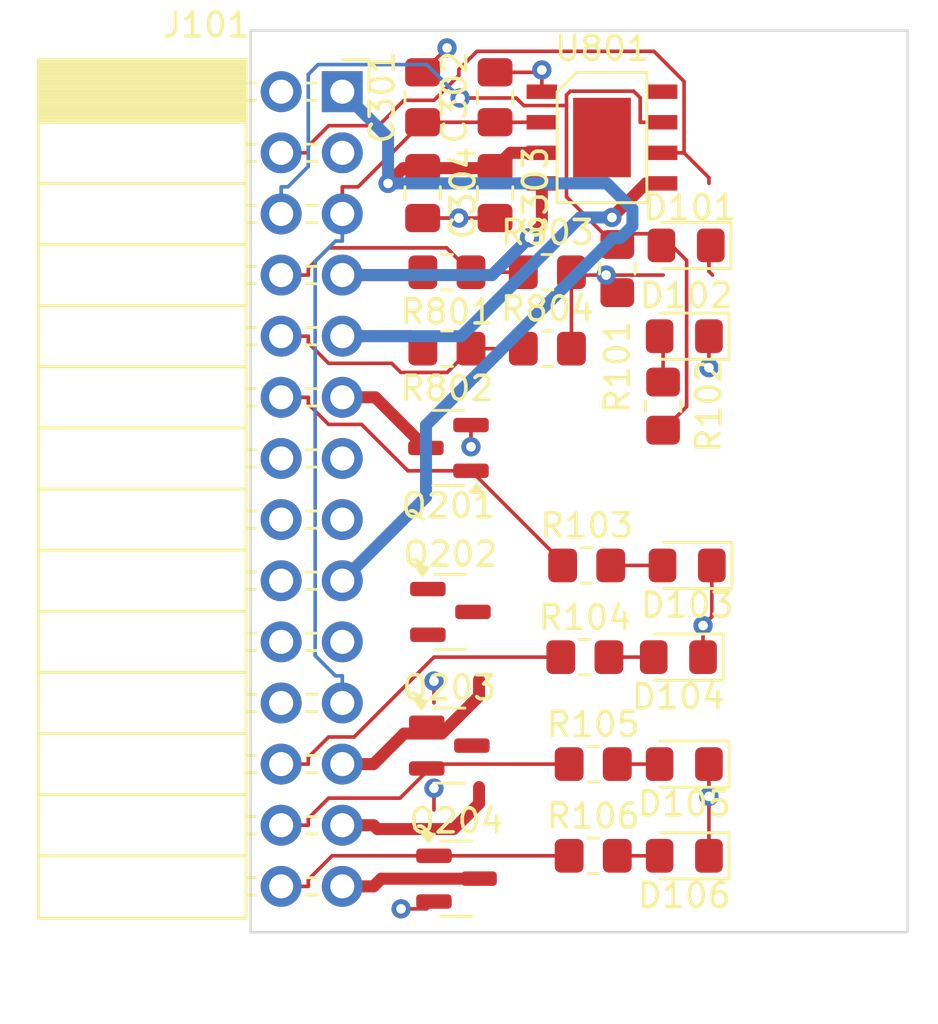
<source format=kicad_pcb>
(kicad_pcb (version 20240108) (generator "pcbnew") (generator_version "8.0")
  (layers (0 "F.Cu" mixed) (31 "B.Cu" mixed) (34 "B.Paste" user) (35 "F.Paste" user) (36 "B.SilkS" user "B.Silkscreen") (37 "F.SilkS" user "F.Silkscreen") (38 "B.Mask" user) (39 "F.Mask" user) (44 "Edge.Cuts" user))
  (net 0 "")
  (net 1 "/MOTOR0")
  (net 2 "/MOTOR1")
  (net 3 "GND")
  (net 4 "+U")
  (net 5 "+3V3")
  (net 6 "/AMP_MOTOR1")
  (net 7 "/AMP_MOTOR0")
  (net 9 "/FUNC3")
  (net 10 "/BACK_EMF1")
  (net 11 "/BACK_EMF0")
  (net 12 "/AMP_FUNC1")
  (net 14 "/FUNC0")
  (net 15 "/FUNC2")
  (net 16 "/FUNC1")
  (net 17 "/AMP_FUNC2")
  (net 18 "/AMP_FUNC3")
  (net 19 "/AMP_FUNC0")
  (net 27 "Net-(D101-A)")
  (net 28 "Net-(D102-A)")
  (net 29 "Net-(D103-A)")
  (net 30 "Net-(D104-A)")
  (net 31 "Net-(D105-A)")
  (net 32 "Net-(D106-A)")
  (footprint "Capacitor_SMD:C_0805_2012Metric_Pad1.18x1.45mm_HandSolder" (layer "F.Cu") (at 122.555 77.8725 -90)
    (property "Reference" "C303" (at 0 -1.68 90) (layer "F.SilkS"))
    (property "Value" "10uF")
    (fp_line (start -0.261252 0.735) (end 0.261252 0.735) (stroke (width 0.12)) (layer "F.SilkS"))
    (fp_line (start -0.261252 -0.735) (end 0.261252 -0.735) (stroke (width 0.12)) (layer "F.SilkS"))
    (pad "1" smd roundrect (at -1.0375 0 270) (size 1.175 1.45) (layers "F.Cu" "F.Paste" "F.Mask") (roundrect_rratio 0.212766) (net 4 "+U"))
    (pad "2" smd roundrect (at 1.0375 0 270) (size 1.175 1.45) (layers "F.Cu" "F.Paste" "F.Mask") (roundrect_rratio 0.212766) (net 3 "GND"))
  )
  (footprint "Resistor_SMD:R_0805_2012Metric_Pad1.20x1.40mm_HandSolder" (layer "F.Cu") (at 120.555 84.3374 180)
    (property "Reference" "R802" (at 0 -1.65 180) (layer "F.SilkS"))
    (property "Value" "6k8")
    (fp_line (start -0.227064 0.735) (end 0.227064 0.735) (stroke (width 0.12)) (layer "F.SilkS"))
    (fp_line (start -0.227064 -0.735) (end 0.227064 -0.735) (stroke (width 0.12)) (layer "F.SilkS"))
    (pad "1" smd roundrect (at -1 0 180) (size 1.2 1.4) (layers "F.Cu" "F.Paste" "F.Mask") (roundrect_rratio 0.208333) (net 10 "/BACK_EMF1"))
    (pad "2" smd roundrect (at 1 0 180) (size 1.2 1.4) (layers "F.Cu" "F.Paste" "F.Mask") (roundrect_rratio 0.208333) (net 6 "/AMP_MOTOR1"))
  )
  (footprint "Package_TO_SOT_SMD:SOT-23" (layer "F.Cu") (at 120.6175 88.4624 180)
    (property "Reference" "Q201" (at 0 -2.4 180) (layer "F.SilkS"))
    (property "Value" "2N7002")
    (fp_line (start 0 1.56) (end 0.65 1.56) (stroke (width 0.12)) (layer "F.SilkS"))
    (fp_line (start 0 1.56) (end -0.65 1.56) (stroke (width 0.12)) (layer "F.SilkS"))
    (fp_line (start 0 -1.56) (end 0.65 -1.56) (stroke (width 0.12)) (layer "F.SilkS"))
    (fp_line (start 0 -1.56) (end -0.65 -1.56) (stroke (width 0.12)) (layer "F.SilkS"))
    (fp_poly (pts (xy -1.1625 -1.51) (xy -1.4025 -1.846) (xy -0.9225 -1.846) (xy -1.1625 -1.51)) (stroke (width 0.12)) (fill solid) (layer "F.SilkS"))
    (pad "1" smd roundrect (at -0.9375 -0.95 180) (size 1.475 0.6) (layers "F.Cu" "F.Paste" "F.Mask") (net 14 "/FUNC0"))
    (pad "2" smd roundrect (at -0.9375 0.95 180) (size 1.475 0.6) (layers "F.Cu" "F.Paste" "F.Mask") (net 3 "GND"))
    (pad "3" smd roundrect (at 0.9375 0 180) (size 1.475 0.6) (layers "F.Cu" "F.Paste" "F.Mask") (net 19 "/AMP_FUNC0"))
  )
  (footprint "Resistor_SMD:R_0805_2012Metric_Pad1.20x1.40mm_HandSolder" (layer "F.Cu") (at 127.635 81.01 -90)
    (property "Reference" "R101" (at 4.08 0 90) (layer "F.SilkS"))
    (property "Value" "10k")
    (fp_line (start -0.227064 0.735) (end 0.227064 0.735) (stroke (width 0.12)) (layer "F.SilkS"))
    (fp_line (start -0.227064 -0.735) (end 0.227064 -0.735) (stroke (width 0.12)) (layer "F.SilkS"))
    (pad "1" smd roundrect (at -1 0 270) (size 1.2 1.4) (layers "F.Cu" "F.Paste" "F.Mask") (roundrect_rratio 0.208333) (net 1 "/MOTOR0"))
    (pad "2" smd roundrect (at 1 0 270) (size 1.2 1.4) (layers "F.Cu" "F.Paste" "F.Mask") (roundrect_rratio 0.208333) (net 27 "Net-(D101-A)"))
  )
  (footprint "Resistor_SMD:R_0805_2012Metric_Pad1.20x1.40mm_HandSolder" (layer "F.Cu") (at 129.54 86.725 90)
    (property "Reference" "R102" (at 0 1.905 -90) (layer "F.SilkS"))
    (property "Value" "10k")
    (fp_line (start -0.227064 -0.735) (end 0.227064 -0.735) (stroke (width 0.12)) (layer "F.SilkS"))
    (fp_line (start -0.227064 0.735) (end 0.227064 0.735) (stroke (width 0.12)) (layer "F.SilkS"))
    (pad "1" smd roundrect (at -1 0 90) (size 1.2 1.4) (layers "F.Cu" "F.Paste" "F.Mask") (roundrect_rratio 0.208333) (net 2 "/MOTOR1"))
    (pad "2" smd roundrect (at 1 0 90) (size 1.2 1.4) (layers "F.Cu" "F.Paste" "F.Mask") (roundrect_rratio 0.208333) (net 28 "Net-(D102-A)"))
  )
  (footprint "LED_SMD:LED_0805_2012Metric_Pad1.15x1.40mm_HandSolder" (layer "F.Cu") (at 130.42 101.6 180)
    (property "Reference" "D105" (at 0 -1.65 180) (layer "F.SilkS"))
    (property "Value" "LED_BLUE")
    (fp_line (start 1 -0.96) (end -1.86 -0.96) (stroke (width 0.12)) (layer "F.SilkS"))
    (fp_line (start -1.86 0.96) (end 1 0.96) (stroke (width 0.12)) (layer "F.SilkS"))
    (fp_line (start -1.86 -0.96) (end -1.86 0.96) (stroke (width 0.12)) (layer "F.SilkS"))
    (pad "1" smd roundrect (at -1.025 0 180) (size 1.15 1.4) (layers "F.Cu" "F.Paste" "F.Mask") (roundrect_rratio 0.217391) (net 3 "GND"))
    (pad "2" smd roundrect (at 1.025 0 180) (size 1.15 1.4) (layers "F.Cu" "F.Paste" "F.Mask") (roundrect_rratio 0.217391) (net 31 "Net-(D105-A)"))
  )
  (footprint "LED_SMD:LED_0805_2012Metric_Pad1.15x1.40mm_HandSolder" (layer "F.Cu") (at 130.42 83.82 180)
    (property "Reference" "D102" (at -0.080459 1.693991 180) (layer "F.SilkS"))
    (property "Value" "LED_GREEN")
    (fp_line (start 1 -0.96) (end -1.86 -0.96) (stroke (width 0.12)) (layer "F.SilkS"))
    (fp_line (start -1.86 0.96) (end 1 0.96) (stroke (width 0.12)) (layer "F.SilkS"))
    (fp_line (start -1.86 -0.96) (end -1.86 0.96) (stroke (width 0.12)) (layer "F.SilkS"))
    (pad "1" smd roundrect (at -1.025 0 180) (size 1.15 1.4) (layers "F.Cu" "F.Paste" "F.Mask") (roundrect_rratio 0.217391) (net 3 "GND"))
    (pad "2" smd roundrect (at 1.025 0 180) (size 1.15 1.4) (layers "F.Cu" "F.Paste" "F.Mask") (roundrect_rratio 0.217391) (net 28 "Net-(D102-A)"))
  )
  (footprint "BDR6133:BDR6133" (layer "F.Cu") (at 127 75.565 -90)
    (property "Reference" "U801" (at -3.705 0 0) (layer "F.SilkS"))
    (property "Value" "BDR6133")
    (fp_line (start -1.905 1.865) (end -2.705 1.065) (stroke (width 0.12)) (layer "F.SilkS"))
    (fp_line (start 2.705 1.865) (end -1.905 1.865) (stroke (width 0.12)) (layer "F.SilkS"))
    (fp_line (start -2.705 1.065) (end -2.705 -1.865) (stroke (width 0.12)) (layer "F.SilkS"))
    (fp_line (start -2.705 -1.865) (end 2.705 -1.865) (stroke (width 0.12)) (layer "F.SilkS"))
    (fp_line (start 2.705 -1.865) (end 2.705 1.865) (stroke (width 0.12)) (layer "F.SilkS"))
    (pad "1" smd rect (at -1.905 2.5 270) (size 0.6 1.27) (layers "F.Cu" "F.Paste" "F.Mask") (net 3 "GND"))
    (pad "2" smd rect (at -0.635 2.5 270) (size 0.6 1.27) (layers "F.Cu" "F.Paste" "F.Mask") (net 5 "+3V3"))
    (pad "3" smd rect (at 0.635 2.5 270) (size 0.6 1.27) (layers "F.Cu" "F.Paste" "F.Mask") (net 4 "+U"))
    (pad "4" smd rect (at 1.905 2.5 270) (size 0.6 1.27) (layers "F.Cu" "F.Paste" "F.Mask") (net 7 "/AMP_MOTOR0"))
    (pad "5" smd rect (at 1.905 -2.5 270) (size 0.6 1.27) (layers "F.Cu" "F.Paste" "F.Mask") (net 6 "/AMP_MOTOR1"))
    (pad "6" smd rect (at 0.635 -2.5 270) (size 0.6 1.27) (layers "F.Cu" "F.Paste" "F.Mask") (net 1 "/MOTOR0"))
    (pad "7" smd rect (at -0.635 -2.5 270) (size 0.6 1.27) (layers "F.Cu" "F.Paste" "F.Mask") (net 2 "/MOTOR1"))
    (pad "8" smd rect (at -1.905 -2.5 270) (size 0.6 1.27) (layers "F.Cu" "F.Paste" "F.Mask"))
    (pad "9" smd rect (at 0 0 270) (size 3.3 2.4) (layers "F.Cu" "F.Paste" "F.Mask"))
  )
  (footprint "Resistor_SMD:R_0805_2012Metric_Pad1.20x1.40mm_HandSolder" (layer "F.Cu") (at 126.635 105.41)
    (property "Reference" "R106" (at 0 -1.65 0) (layer "F.SilkS"))
    (property "Value" "10k")
    (fp_line (start -0.227064 -0.735) (end 0.227064 -0.735) (stroke (width 0.12)) (layer "F.SilkS"))
    (fp_line (start -0.227064 0.735) (end 0.227064 0.735) (stroke (width 0.12)) (layer "F.SilkS"))
    (pad "1" smd roundrect (at -1 0) (size 1.2 1.4) (layers "F.Cu" "F.Paste" "F.Mask") (roundrect_rratio 0.208333) (net 9 "/FUNC3"))
    (pad "2" smd roundrect (at 1 0) (size 1.2 1.4) (layers "F.Cu" "F.Paste" "F.Mask") (roundrect_rratio 0.208333) (net 32 "Net-(D106-A)"))
  )
  (footprint "Resistor_SMD:R_0805_2012Metric_Pad1.20x1.40mm_HandSolder" (layer "F.Cu") (at 126.635 101.6)
    (property "Reference" "R105" (at 0 -1.65 0) (layer "F.SilkS"))
    (property "Value" "10k")
    (fp_line (start -0.227064 -0.735) (end 0.227064 -0.735) (stroke (width 0.12)) (layer "F.SilkS"))
    (fp_line (start -0.227064 0.735) (end 0.227064 0.735) (stroke (width 0.12)) (layer "F.SilkS"))
    (pad "1" smd roundrect (at -1 0) (size 1.2 1.4) (layers "F.Cu" "F.Paste" "F.Mask") (roundrect_rratio 0.208333) (net 15 "/FUNC2"))
    (pad "2" smd roundrect (at 1 0) (size 1.2 1.4) (layers "F.Cu" "F.Paste" "F.Mask") (roundrect_rratio 0.208333) (net 31 "Net-(D105-A)"))
  )
  (footprint "LED_SMD:LED_0805_2012Metric_Pad1.15x1.40mm_HandSolder" (layer "F.Cu") (at 130.175 97.155 180)
    (property "Reference" "D104" (at 0 -1.65 180) (layer "F.SilkS"))
    (property "Value" "LED_GREEN")
    (fp_line (start 1 -0.96) (end -1.86 -0.96) (stroke (width 0.12)) (layer "F.SilkS"))
    (fp_line (start -1.86 0.96) (end 1 0.96) (stroke (width 0.12)) (layer "F.SilkS"))
    (fp_line (start -1.86 -0.96) (end -1.86 0.96) (stroke (width 0.12)) (layer "F.SilkS"))
    (pad "1" smd roundrect (at -1.025 0 180) (size 1.15 1.4) (layers "F.Cu" "F.Paste" "F.Mask") (roundrect_rratio 0.217391) (net 3 "GND"))
    (pad "2" smd roundrect (at 1.025 0 180) (size 1.15 1.4) (layers "F.Cu" "F.Paste" "F.Mask") (roundrect_rratio 0.217391) (net 30 "Net-(D104-A)"))
  )
  (footprint "LED_SMD:LED_0805_2012Metric_Pad1.15x1.40mm_HandSolder" (layer "F.Cu") (at 130.496282 80.048141 180)
    (property "Reference" "D101" (at -0.155348 1.576654 180) (layer "F.SilkS"))
    (property "Value" "LED_BLUE")
    (fp_line (start 1 -0.96) (end -1.86 -0.96) (stroke (width 0.12)) (layer "F.SilkS"))
    (fp_line (start -1.86 0.96) (end 1 0.96) (stroke (width 0.12)) (layer "F.SilkS"))
    (fp_line (start -1.86 -0.96) (end -1.86 0.96) (stroke (width 0.12)) (layer "F.SilkS"))
    (pad "1" smd roundrect (at -1.025 0 180) (size 1.15 1.4) (layers "F.Cu" "F.Paste" "F.Mask") (roundrect_rratio 0.217391) (net 3 "GND"))
    (pad "2" smd roundrect (at 1.025 0 180) (size 1.15 1.4) (layers "F.Cu" "F.Paste" "F.Mask") (roundrect_rratio 0.217391) (net 27 "Net-(D101-A)"))
  )
  (footprint "Resistor_SMD:R_0805_2012Metric_Pad1.20x1.40mm_HandSolder" (layer "F.Cu") (at 120.555 81.1624 180)
    (property "Reference" "R801" (at 0 -1.65 180) (layer "F.SilkS"))
    (property "Value" "6k8")
    (fp_line (start -0.227064 0.735) (end 0.227064 0.735) (stroke (width 0.12)) (layer "F.SilkS"))
    (fp_line (start -0.227064 -0.735) (end 0.227064 -0.735) (stroke (width 0.12)) (layer "F.SilkS"))
    (pad "1" smd roundrect (at -1 0 180) (size 1.2 1.4) (layers "F.Cu" "F.Paste" "F.Mask") (roundrect_rratio 0.208333) (net 11 "/BACK_EMF0"))
    (pad "2" smd roundrect (at 1 0 180) (size 1.2 1.4) (layers "F.Cu" "F.Paste" "F.Mask") (roundrect_rratio 0.208333) (net 7 "/AMP_MOTOR0"))
  )
  (footprint "Package_TO_SOT_SMD:SOT-23" (layer "F.Cu") (at 120.699119 95.275526)
    (property "Reference" "Q202" (at 0 -2.4 0) (layer "F.SilkS"))
    (property "Value" "2N7002")
    (fp_line (start 0 -1.56) (end -0.65 -1.56) (stroke (width 0.12)) (layer "F.SilkS"))
    (fp_line (start 0 -1.56) (end 0.65 -1.56) (stroke (width 0.12)) (layer "F.SilkS"))
    (fp_line (start 0 1.56) (end -0.65 1.56) (stroke (width 0.12)) (layer "F.SilkS"))
    (fp_line (start 0 1.56) (end 0.65 1.56) (stroke (width 0.12)) (layer "F.SilkS"))
    (fp_poly (pts (xy -1.1625 -1.51) (xy -1.4025 -1.846) (xy -0.9225 -1.846) (xy -1.1625 -1.51)) (stroke (width 0.12)) (fill solid) (layer "F.SilkS"))
    (pad "1" smd roundrect (at -0.9375 -0.95) (size 1.475 0.6) (layers "F.Cu" "F.Paste" "F.Mask") (net 16 "/FUNC1"))
    (pad "2" smd roundrect (at -0.9375 0.95) (size 1.475 0.6) (layers "F.Cu" "F.Paste" "F.Mask") (net 3 "GND"))
    (pad "3" smd roundrect (at 0.9375 0) (size 1.475 0.6) (layers "F.Cu" "F.Paste" "F.Mask") (net 12 "/AMP_FUNC1"))
  )
  (footprint "LED_SMD:LED_0805_2012Metric_Pad1.15x1.40mm_HandSolder" (layer "F.Cu") (at 130.42 105.41 180)
    (property "Reference" "D106" (at 0 -1.65 180) (layer "F.SilkS"))
    (property "Value" "LED_GREEN")
    (fp_line (start 1 -0.96) (end -1.86 -0.96) (stroke (width 0.12)) (layer "F.SilkS"))
    (fp_line (start -1.86 0.96) (end 1 0.96) (stroke (width 0.12)) (layer "F.SilkS"))
    (fp_line (start -1.86 -0.96) (end -1.86 0.96) (stroke (width 0.12)) (layer "F.SilkS"))
    (pad "1" smd roundrect (at -1.025 0 180) (size 1.15 1.4) (layers "F.Cu" "F.Paste" "F.Mask") (roundrect_rratio 0.217391) (net 3 "GND"))
    (pad "2" smd roundrect (at 1.025 0 180) (size 1.15 1.4) (layers "F.Cu" "F.Paste" "F.Mask") (roundrect_rratio 0.217391) (net 32 "Net-(D106-A)"))
  )
  (footprint "Resistor_SMD:R_0805_2012Metric_Pad1.20x1.40mm_HandSolder" (layer "F.Cu") (at 124.73 84.3374)
    (property "Reference" "R804" (at 0 -1.65 0) (layer "F.SilkS"))
    (property "Value" "1k")
    (fp_line (start -0.227064 -0.735) (end 0.227064 -0.735) (stroke (width 0.12)) (layer "F.SilkS"))
    (fp_line (start -0.227064 0.735) (end 0.227064 0.735) (stroke (width 0.12)) (layer "F.SilkS"))
    (pad "1" smd roundrect (at -1 0) (size 1.2 1.4) (layers "F.Cu" "F.Paste" "F.Mask") (roundrect_rratio 0.208333) (net 10 "/BACK_EMF1"))
    (pad "2" smd roundrect (at 1 0) (size 1.2 1.4) (layers "F.Cu" "F.Paste" "F.Mask") (roundrect_rratio 0.208333) (net 3 "GND"))
  )
  (footprint "Resistor_SMD:R_0805_2012Metric_Pad1.20x1.40mm_HandSolder" (layer "F.Cu") (at 124.73 81.1624)
    (property "Reference" "R803" (at 0 -1.65 0) (layer "F.SilkS"))
    (property "Value" "1k")
    (fp_line (start -0.227064 -0.735) (end 0.227064 -0.735) (stroke (width 0.12)) (layer "F.SilkS"))
    (fp_line (start -0.227064 0.735) (end 0.227064 0.735) (stroke (width 0.12)) (layer "F.SilkS"))
    (pad "1" smd roundrect (at -1 0) (size 1.2 1.4) (layers "F.Cu" "F.Paste" "F.Mask") (roundrect_rratio 0.208333) (net 11 "/BACK_EMF0"))
    (pad "2" smd roundrect (at 1 0) (size 1.2 1.4) (layers "F.Cu" "F.Paste" "F.Mask") (roundrect_rratio 0.208333) (net 3 "GND"))
  )
  (footprint "Capacitor_SMD:C_0805_2012Metric_Pad1.18x1.45mm_HandSolder" (layer "F.Cu") (at 122.555 73.8925 90)
    (property "Reference" "C302" (at 0 -1.68 -90) (layer "F.SilkS"))
    (property "Value" "100nF")
    (fp_line (start -0.261252 -0.735) (end 0.261252 -0.735) (stroke (width 0.12)) (layer "F.SilkS"))
    (fp_line (start -0.261252 0.735) (end 0.261252 0.735) (stroke (width 0.12)) (layer "F.SilkS"))
    (pad "1" smd roundrect (at -1.0375 0 90) (size 1.175 1.45) (layers "F.Cu" "F.Paste" "F.Mask") (roundrect_rratio 0.212766) (net 5 "+3V3"))
    (pad "2" smd roundrect (at 1.0375 0 90) (size 1.175 1.45) (layers "F.Cu" "F.Paste" "F.Mask") (roundrect_rratio 0.212766) (net 3 "GND"))
  )
  (footprint "Resistor_SMD:R_0805_2012Metric_Pad1.20x1.40mm_HandSolder" (layer "F.Cu") (at 126.29 97.155)
    (property "Reference" "R104" (at 0 -1.65 0) (layer "F.SilkS"))
    (property "Value" "10k")
    (fp_line (start -0.227064 -0.735) (end 0.227064 -0.735) (stroke (width 0.12)) (layer "F.SilkS"))
    (fp_line (start -0.227064 0.735) (end 0.227064 0.735) (stroke (width 0.12)) (layer "F.SilkS"))
    (pad "1" smd roundrect (at -1 0) (size 1.2 1.4) (layers "F.Cu" "F.Paste" "F.Mask") (roundrect_rratio 0.208333) (net 16 "/FUNC1"))
    (pad "2" smd roundrect (at 1 0) (size 1.2 1.4) (layers "F.Cu" "F.Paste" "F.Mask") (roundrect_rratio 0.208333) (net 30 "Net-(D104-A)"))
  )
  (footprint "Capacitor_SMD:C_0805_2012Metric_Pad1.18x1.45mm_HandSolder" (layer "F.Cu") (at 119.545 77.8725 -90)
    (property "Reference" "C304" (at 0 -1.68 90) (layer "F.SilkS"))
    (property "Value" "100nF")
    (fp_line (start -0.261252 0.735) (end 0.261252 0.735) (stroke (width 0.12)) (layer "F.SilkS"))
    (fp_line (start -0.261252 -0.735) (end 0.261252 -0.735) (stroke (width 0.12)) (layer "F.SilkS"))
    (pad "1" smd roundrect (at -1.0375 0 270) (size 1.175 1.45) (layers "F.Cu" "F.Paste" "F.Mask") (roundrect_rratio 0.212766) (net 4 "+U"))
    (pad "2" smd roundrect (at 1.0375 0 270) (size 1.175 1.45) (layers "F.Cu" "F.Paste" "F.Mask") (roundrect_rratio 0.212766) (net 3 "GND"))
  )
  (footprint "LED_SMD:LED_0805_2012Metric_Pad1.15x1.40mm_HandSolder" (layer "F.Cu") (at 130.54 93.345 180)
    (property "Reference" "D103" (at 0 -1.65 180) (layer "F.SilkS"))
    (property "Value" "LED_BLUE")
    (fp_line (start 1 -0.96) (end -1.86 -0.96) (stroke (width 0.12)) (layer "F.SilkS"))
    (fp_line (start -1.86 0.96) (end 1 0.96) (stroke (width 0.12)) (layer "F.SilkS"))
    (fp_line (start -1.86 -0.96) (end -1.86 0.96) (stroke (width 0.12)) (layer "F.SilkS"))
    (pad "1" smd roundrect (at -1.025 0 180) (size 1.15 1.4) (layers "F.Cu" "F.Paste" "F.Mask") (roundrect_rratio 0.217391) (net 3 "GND"))
    (pad "2" smd roundrect (at 1.025 0 180) (size 1.15 1.4) (layers "F.Cu" "F.Paste" "F.Mask") (roundrect_rratio 0.217391) (net 29 "Net-(D103-A)"))
  )
  (footprint "Resistor_SMD:R_0805_2012Metric_Pad1.20x1.40mm_HandSolder" (layer "F.Cu") (at 126.365 93.345)
    (property "Reference" "R103" (at 0 -1.65 0) (layer "F.SilkS"))
    (property "Value" "10k")
    (fp_line (start -0.227064 -0.735) (end 0.227064 -0.735) (stroke (width 0.12)) (layer "F.SilkS"))
    (fp_line (start -0.227064 0.735) (end 0.227064 0.735) (stroke (width 0.12)) (layer "F.SilkS"))
    (pad "1" smd roundrect (at -1 0) (size 1.2 1.4) (layers "F.Cu" "F.Paste" "F.Mask") (roundrect_rratio 0.208333) (net 14 "/FUNC0"))
    (pad "2" smd roundrect (at 1 0) (size 1.2 1.4) (layers "F.Cu" "F.Paste" "F.Mask") (roundrect_rratio 0.208333) (net 29 "Net-(D103-A)"))
  )
  (footprint "Package_TO_SOT_SMD:SOT-23" (layer "F.Cu") (at 120.9525 106.36)
    (property "Reference" "Q204" (at 0 -2.4 0) (layer "F.SilkS"))
    (property "Value" "2N7002")
    (fp_line (start 0 -1.56) (end -0.65 -1.56) (stroke (width 0.12)) (layer "F.SilkS"))
    (fp_line (start 0 -1.56) (end 0.65 -1.56) (stroke (width 0.12)) (layer "F.SilkS"))
    (fp_line (start 0 1.56) (end -0.65 1.56) (stroke (width 0.12)) (layer "F.SilkS"))
    (fp_line (start 0 1.56) (end 0.65 1.56) (stroke (width 0.12)) (layer "F.SilkS"))
    (fp_poly (pts (xy -1.1625 -1.51) (xy -1.4025 -1.846) (xy -0.9225 -1.846) (xy -1.1625 -1.51)) (stroke (width 0.12)) (fill solid) (layer "F.SilkS"))
    (pad "1" smd roundrect (at -0.9375 -0.95) (size 1.475 0.6) (layers "F.Cu" "F.Paste" "F.Mask") (net 9 "/FUNC3"))
    (pad "2" smd roundrect (at -0.9375 0.95) (size 1.475 0.6) (layers "F.Cu" "F.Paste" "F.Mask") (net 3 "GND"))
    (pad "3" smd roundrect (at 0.9375 0) (size 1.475 0.6) (layers "F.Cu" "F.Paste" "F.Mask") (net 18 "/AMP_FUNC3"))
  )
  (footprint "Connector_PinSocket_2.54mm:PinSocket_2x14_P2.54mm_Horizontal" (layer "F.Cu") (at 116.205 73.66)
    (property "Reference" "J101" (at -5.65 -2.77 0) (layer "F.SilkS"))
    (property "Value" "Conn_02x14_Odd_Even")
    (fp_line (start -12.63 -1.33) (end -12.63 34.35) (stroke (width 0.12)) (layer "F.SilkS"))
    (fp_line (start -12.63 -1.33) (end -4 -1.33) (stroke (width 0.12)) (layer "F.SilkS"))
    (fp_line (start -12.63 -1.21) (end -4 -1.21) (stroke (width 0.12)) (layer "F.SilkS"))
    (fp_line (start -12.63 -1.091905) (end -4 -1.091905) (stroke (width 0.12)) (layer "F.SilkS"))
    (fp_line (start -12.63 -0.97381) (end -4 -0.97381) (stroke (width 0.12)) (layer "F.SilkS"))
    (fp_line (start -12.63 -0.855715) (end -4 -0.855715) (stroke (width 0.12)) (layer "F.SilkS"))
    (fp_line (start -12.63 -0.73762) (end -4 -0.73762) (stroke (width 0.12)) (layer "F.SilkS"))
    (fp_line (start -12.63 -0.619525) (end -4 -0.619525) (stroke (width 0.12)) (layer "F.SilkS"))
    (fp_line (start -12.63 -0.50143) (end -4 -0.50143) (stroke (width 0.12)) (layer "F.SilkS"))
    (fp_line (start -12.63 -0.383335) (end -4 -0.383335) (stroke (width 0.12)) (layer "F.SilkS"))
    (fp_line (start -12.63 -0.26524) (end -4 -0.26524) (stroke (width 0.12)) (layer "F.SilkS"))
    (fp_line (start -12.63 -0.147145) (end -4 -0.147145) (stroke (width 0.12)) (layer "F.SilkS"))
    (fp_line (start -12.63 -0.02905) (end -4 -0.02905) (stroke (width 0.12)) (layer "F.SilkS"))
    (fp_line (start -12.63 0.089045) (end -4 0.089045) (stroke (width 0.12)) (layer "F.SilkS"))
    (fp_line (start -12.63 0.20714) (end -4 0.20714) (stroke (width 0.12)) (layer "F.SilkS"))
    (fp_line (start -12.63 0.325235) (end -4 0.325235) (stroke (width 0.12)) (layer "F.SilkS"))
    (fp_line (start -12.63 0.44333) (end -4 0.44333) (stroke (width 0.12)) (layer "F.SilkS"))
    (fp_line (start -12.63 0.561425) (end -4 0.561425) (stroke (width 0.12)) (layer "F.SilkS"))
    (fp_line (start -12.63 0.67952) (end -4 0.67952) (stroke (width 0.12)) (layer "F.SilkS"))
    (fp_line (start -12.63 0.797615) (end -4 0.797615) (stroke (width 0.12)) (layer "F.SilkS"))
    (fp_line (start -12.63 0.91571) (end -4 0.91571) (stroke (width 0.12)) (layer "F.SilkS"))
    (fp_line (start -12.63 1.033805) (end -4 1.033805) (stroke (width 0.12)) (layer "F.SilkS"))
    (fp_line (start -12.63 1.1519) (end -4 1.1519) (stroke (width 0.12)) (layer "F.SilkS"))
    (fp_line (start -12.63 1.27) (end -4 1.27) (stroke (width 0.12)) (layer "F.SilkS"))
    (fp_line (start -12.63 3.81) (end -4 3.81) (stroke (width 0.12)) (layer "F.SilkS"))
    (fp_line (start -12.63 6.35) (end -4 6.35) (stroke (width 0.12)) (layer "F.SilkS"))
    (fp_line (start -12.63 8.89) (end -4 8.89) (stroke (width 0.12)) (layer "F.SilkS"))
    (fp_line (start -12.63 11.43) (end -4 11.43) (stroke (width 0.12)) (layer "F.SilkS"))
    (fp_line (start -12.63 13.97) (end -4 13.97) (stroke (width 0.12)) (layer "F.SilkS"))
    (fp_line (start -12.63 16.51) (end -4 16.51) (stroke (width 0.12)) (layer "F.SilkS"))
    (fp_line (start -12.63 19.05) (end -4 19.05) (stroke (width 0.12)) (layer "F.SilkS"))
    (fp_line (start -12.63 21.59) (end -4 21.59) (stroke (width 0.12)) (layer "F.SilkS"))
    (fp_line (start -12.63 24.13) (end -4 24.13) (stroke (width 0.12)) (layer "F.SilkS"))
    (fp_line (start -12.63 26.67) (end -4 26.67) (stroke (width 0.12)) (layer "F.SilkS"))
    (fp_line (start -12.63 29.21) (end -4 29.21) (stroke (width 0.12)) (layer "F.SilkS"))
    (fp_line (start -12.63 31.75) (end -4 31.75) (stroke (width 0.12)) (layer "F.SilkS"))
    (fp_line (start -12.63 34.35) (end -4 34.35) (stroke (width 0.12)) (layer "F.SilkS"))
    (fp_line (start -4 -1.33) (end -4 34.35) (stroke (width 0.12)) (layer "F.SilkS"))
    (fp_line (start -4 -0.36) (end -3.59 -0.36) (stroke (width 0.12)) (layer "F.SilkS"))
    (fp_line (start -4 0.36) (end -3.59 0.36) (stroke (width 0.12)) (layer "F.SilkS"))
    (fp_line (start -4 2.18) (end -3.59 2.18) (stroke (width 0.12)) (layer "F.SilkS"))
    (fp_line (start -4 2.9) (end -3.59 2.9) (stroke (width 0.12)) (layer "F.SilkS"))
    (fp_line (start -4 4.72) (end -3.59 4.72) (stroke (width 0.12)) (layer "F.SilkS"))
    (fp_line (start -4 5.44) (end -3.59 5.44) (stroke (width 0.12)) (layer "F.SilkS"))
    (fp_line (start -4 7.26) (end -3.59 7.26) (stroke (width 0.12)) (layer "F.SilkS"))
    (fp_line (start -4 7.98) (end -3.59 7.98) (stroke (width 0.12)) (layer "F.SilkS"))
    (fp_line (start -4 9.8) (end -3.59 9.8) (stroke (width 0.12)) (layer "F.SilkS"))
    (fp_line (start -4 10.52) (end -3.59 10.52) (stroke (width 0.12)) (layer "F.SilkS"))
    (fp_line (start -4 12.34) (end -3.59 12.34) (stroke (width 0.12)) (layer "F.SilkS"))
    (fp_line (start -4 13.06) (end -3.59 13.06) (stroke (width 0.12)) (layer "F.SilkS"))
    (fp_line (start -4 14.88) (end -3.59 14.88) (stroke (width 0.12)) (layer "F.SilkS"))
    (fp_line (start -4 15.6) (end -3.59 15.6) (stroke (width 0.12)) (layer "F.SilkS"))
    (fp_line (start -4 17.42) (end -3.59 17.42) (stroke (width 0.12)) (layer "F.SilkS"))
    (fp_line (start -4 18.14) (end -3.59 18.14) (stroke (width 0.12)) (layer "F.SilkS"))
    (fp_line (start -4 19.96) (end -3.59 19.96) (stroke (width 0.12)) (layer "F.SilkS"))
    (fp_line (start -4 20.68) (end -3.59 20.68) (stroke (width 0.12)) (layer "F.SilkS"))
    (fp_line (start -4 22.5) (end -3.59 22.5) (stroke (width 0.12)) (layer "F.SilkS"))
    (fp_line (start -4 23.22) (end -3.59 23.22) (stroke (width 0.12)) (layer "F.SilkS"))
    (fp_line (start -4 25.04) (end -3.59 25.04) (stroke (width 0.12)) (layer "F.SilkS"))
    (fp_line (start -4 25.76) (end -3.59 25.76) (stroke (width 0.12)) (layer "F.SilkS"))
    (fp_line (start -4 27.58) (end -3.59 27.58) (stroke (width 0.12)) (layer "F.SilkS"))
    (fp_line (start -4 28.3) (end -3.59 28.3) (stroke (width 0.12)) (layer "F.SilkS"))
    (fp_line (start -4 30.12) (end -3.59 30.12) (stroke (width 0.12)) (layer "F.SilkS"))
    (fp_line (start -4 30.84) (end -3.59 30.84) (stroke (width 0.12)) (layer "F.SilkS"))
    (fp_line (start -4 32.66) (end -3.59 32.66) (stroke (width 0.12)) (layer "F.SilkS"))
    (fp_line (start -4 33.38) (end -3.59 33.38) (stroke (width 0.12)) (layer "F.SilkS"))
    (fp_line (start -1.49 -0.36) (end -1.11 -0.36) (stroke (width 0.12)) (layer "F.SilkS"))
    (fp_line (start -1.49 0.36) (end -1.11 0.36) (stroke (width 0.12)) (layer "F.SilkS"))
    (fp_line (start -1.49 2.18) (end -1.05 2.18) (stroke (width 0.12)) (layer "F.SilkS"))
    (fp_line (start -1.49 2.9) (end -1.05 2.9) (stroke (width 0.12)) (layer "F.SilkS"))
    (fp_line (start -1.49 4.72) (end -1.05 4.72) (stroke (width 0.12)) (layer "F.SilkS"))
    (fp_line (start -1.49 5.44) (end -1.05 5.44) (stroke (width 0.12)) (layer "F.SilkS"))
    (fp_line (start -1.49 7.26) (end -1.05 7.26) (stroke (width 0.12)) (layer "F.SilkS"))
    (fp_line (start -1.49 7.98) (end -1.05 7.98) (stroke (width 0.12)) (layer "F.SilkS"))
    (fp_line (start -1.49 9.8) (end -1.05 9.8) (stroke (width 0.12)) (layer "F.SilkS"))
    (fp_line (start -1.49 10.52) (end -1.05 10.52) (stroke (width 0.12)) (layer "F.SilkS"))
    (fp_line (start -1.49 12.34) (end -1.05 12.34) (stroke (width 0.12)) (layer "F.SilkS"))
    (fp_line (start -1.49 13.06) (end -1.05 13.06) (stroke (width 0.12)) (layer "F.SilkS"))
    (fp_line (start -1.49 14.88) (end -1.05 14.88) (stroke (width 0.12)) (layer "F.SilkS"))
    (fp_line (start -1.49 15.6) (end -1.05 15.6) (stroke (width 0.12)) (layer "F.SilkS"))
    (fp_line (start -1.49 17.42) (end -1.05 17.42) (stroke (width 0.12)) (layer "F.SilkS"))
    (fp_line (start -1.49 18.14) (end -1.05 18.14) (stroke (width 0.12)) (layer "F.SilkS"))
    (fp_line (start -1.49 19.96) (end -1.05 19.96) (stroke (width 0.12)) (layer "F.SilkS"))
    (fp_line (start -1.49 20.68) (end -1.05 20.68) (stroke (width 0.12)) (layer "F.SilkS"))
    (fp_line (start -1.49 22.5) (end -1.05 22.5) (stroke (width 0.12)) (layer "F.SilkS"))
    (fp_line (start -1.49 23.22) (end -1.05 23.22) (stroke (width 0.12)) (layer "F.SilkS"))
    (fp_line (start -1.49 25.04) (end -1.05 25.04) (stroke (width 0.12)) (layer "F.SilkS"))
    (fp_line (start -1.49 25.76) (end -1.05 25.76) (stroke (width 0.12)) (layer "F.SilkS"))
    (fp_line (start -1.49 27.58) (end -1.05 27.58) (stroke (width 0.12)) (layer "F.SilkS"))
    (fp_line (start -1.49 28.3) (end -1.05 28.3) (stroke (width 0.12)) (layer "F.SilkS"))
    (fp_line (start -1.49 30.12) (end -1.05 30.12) (stroke (width 0.12)) (layer "F.SilkS"))
    (fp_line (start -1.49 30.84) (end -1.05 30.84) (stroke (width 0.12)) (layer "F.SilkS"))
    (fp_line (start -1.49 32.66) (end -1.05 32.66) (stroke (width 0.12)) (layer "F.SilkS"))
    (fp_line (start -1.49 33.38) (end -1.05 33.38) (stroke (width 0.12)) (layer "F.SilkS"))
    (fp_line (start 0 -1.33) (end 1.11 -1.33) (stroke (width 0.12)) (layer "F.SilkS"))
    (fp_line (start 1.11 -1.33) (end 1.11 0) (stroke (width 0.12)) (layer "F.SilkS"))
    (pad "1" thru_hole rect (at 0 0) (size 1.7 1.7) (drill 1) (layers "*.Cu" "*.Mask") (net 4 "+U"))
    (pad "2" thru_hole oval (at -2.54 0) (size 1.7 1.7) (drill 1) (layers "*.Cu" "*.Mask"))
    (pad "3" thru_hole oval (at 0 2.54) (size 1.7 1.7) (drill 1) (layers "*.Cu" "*.Mask") (net 3 "GND"))
    (pad "4" thru_hole oval (at -2.54 2.54) (size 1.7 1.7) (drill 1) (layers "*.Cu" "*.Mask") (net 1 "/MOTOR0"))
    (pad "5" thru_hole oval (at 0 5.08) (size 1.7 1.7) (drill 1) (layers "*.Cu" "*.Mask") (net 5 "+3V3"))
    (pad "6" thru_hole oval (at -2.54 5.08) (size 1.7 1.7) (drill 1) (layers "*.Cu" "*.Mask") (net 2 "/MOTOR1"))
    (pad "7" thru_hole oval (at 0 7.62) (size 1.7 1.7) (drill 1) (layers "*.Cu" "*.Mask") (net 7 "/AMP_MOTOR0"))
    (pad "8" thru_hole oval (at -2.54 7.62) (size 1.7 1.7) (drill 1) (layers "*.Cu" "*.Mask") (net 11 "/BACK_EMF0"))
    (pad "9" thru_hole oval (at 0 10.16) (size 1.7 1.7) (drill 1) (layers "*.Cu" "*.Mask") (net 6 "/AMP_MOTOR1"))
    (pad "10" thru_hole oval (at -2.54 10.16) (size 1.7 1.7) (drill 1) (layers "*.Cu" "*.Mask") (net 10 "/BACK_EMF1"))
    (pad "11" thru_hole oval (at 0 12.7) (size 1.7 1.7) (drill 1) (layers "*.Cu" "*.Mask") (net 19 "/AMP_FUNC0"))
    (pad "12" thru_hole oval (at -2.54 12.7) (size 1.7 1.7) (drill 1) (layers "*.Cu" "*.Mask") (net 14 "/FUNC0"))
    (pad "13" thru_hole oval (at 0 15.24) (size 1.7 1.7) (drill 1) (layers "*.Cu" "*.Mask"))
    (pad "14" thru_hole oval (at -2.54 15.24) (size 1.7 1.7) (drill 1) (layers "*.Cu" "*.Mask"))
    (pad "15" thru_hole oval (at 0 17.78) (size 1.7 1.7) (drill 1) (layers "*.Cu" "*.Mask"))
    (pad "16" thru_hole oval (at -2.54 17.78) (size 1.7 1.7) (drill 1) (layers "*.Cu" "*.Mask"))
    (pad "17" thru_hole oval (at 0 20.32) (size 1.7 1.7) (drill 1) (layers "*.Cu" "*.Mask") (net 4 "+U"))
    (pad "18" thru_hole oval (at -2.54 20.32) (size 1.7 1.7) (drill 1) (layers "*.Cu" "*.Mask"))
    (pad "19" thru_hole oval (at 0 22.86) (size 1.7 1.7) (drill 1) (layers "*.Cu" "*.Mask") (net 3 "GND"))
    (pad "20" thru_hole oval (at -2.54 22.86) (size 1.7 1.7) (drill 1) (layers "*.Cu" "*.Mask"))
    (pad "21" thru_hole oval (at 0 25.4) (size 1.7 1.7) (drill 1) (layers "*.Cu" "*.Mask") (net 5 "+3V3"))
    (pad "22" thru_hole oval (at -2.54 25.4) (size 1.7 1.7) (drill 1) (layers "*.Cu" "*.Mask"))
    (pad "23" thru_hole oval (at 0 27.94) (size 1.7 1.7) (drill 1) (layers "*.Cu" "*.Mask") (net 12 "/AMP_FUNC1"))
    (pad "24" thru_hole oval (at -2.54 27.94) (size 1.7 1.7) (drill 1) (layers "*.Cu" "*.Mask") (net 16 "/FUNC1"))
    (pad "25" thru_hole oval (at 0 30.48) (size 1.7 1.7) (drill 1) (layers "*.Cu" "*.Mask") (net 17 "/AMP_FUNC2"))
    (pad "26" thru_hole oval (at -2.54 30.48) (size 1.7 1.7) (drill 1) (layers "*.Cu" "*.Mask") (net 15 "/FUNC2"))
    (pad "27" thru_hole oval (at 0 33.02) (size 1.7 1.7) (drill 1) (layers "*.Cu" "*.Mask") (net 18 "/AMP_FUNC3"))
    (pad "28" thru_hole oval (at -2.54 33.02) (size 1.7 1.7) (drill 1) (layers "*.Cu" "*.Mask") (net 9 "/FUNC3"))
  )
  (footprint "Capacitor_SMD:C_0805_2012Metric_Pad1.18x1.45mm_HandSolder" (layer "F.Cu") (at 119.545 73.8925 90)
    (property "Reference" "C301" (at 0 -1.68 -90) (layer "F.SilkS"))
    (property "Value" "10uF")
    (fp_line (start -0.261252 -0.735) (end 0.261252 -0.735) (stroke (width 0.12)) (layer "F.SilkS"))
    (fp_line (start -0.261252 0.735) (end 0.261252 0.735) (stroke (width 0.12)) (layer "F.SilkS"))
    (pad "1" smd roundrect (at -1.0375 0 90) (size 1.175 1.45) (layers "F.Cu" "F.Paste" "F.Mask") (roundrect_rratio 0.212766) (net 5 "+3V3"))
    (pad "2" smd roundrect (at 1.0375 0 90) (size 1.175 1.45) (layers "F.Cu" "F.Paste" "F.Mask") (roundrect_rratio 0.212766) (net 3 "GND"))
  )
  (footprint "Package_TO_SOT_SMD:SOT-23" (layer "F.Cu") (at 120.652236 100.831112)
    (property "Reference" "Q203" (at 0 -2.4 0) (layer "F.SilkS"))
    (property "Value" "2N7002")
    (fp_line (start 0 -1.56) (end -0.65 -1.56) (stroke (width 0.12)) (layer "F.SilkS"))
    (fp_line (start 0 -1.56) (end 0.65 -1.56) (stroke (width 0.12)) (layer "F.SilkS"))
    (fp_line (start 0 1.56) (end -0.65 1.56) (stroke (width 0.12)) (layer "F.SilkS"))
    (fp_line (start 0 1.56) (end 0.65 1.56) (stroke (width 0.12)) (layer "F.SilkS"))
    (fp_poly (pts (xy -1.1625 -1.51) (xy -1.4025 -1.846) (xy -0.9225 -1.846) (xy -1.1625 -1.51)) (stroke (width 0.12)) (fill solid) (layer "F.SilkS"))
    (pad "1" smd roundrect (at -0.9375 -0.95) (size 1.475 0.6) (layers "F.Cu" "F.Paste" "F.Mask") (net 15 "/FUNC2"))
    (pad "2" smd roundrect (at -0.9375 0.95) (size 1.475 0.6) (layers "F.Cu" "F.Paste" "F.Mask") (net 3 "GND"))
    (pad "3" smd roundrect (at 0.9375 0) (size 1.475 0.6) (layers "F.Cu" "F.Paste" "F.Mask") (net 17 "/AMP_FUNC2"))
  )
  (gr_rect (start 112.395 71.12) (end 139.7 108.585) (stroke (width 0.1)) (fill none) (layer "Edge.Cuts"))
  (segment (start 130.4117 76.1983) (end 130.4117 73.2345) (width 0.15) (layer "F.Cu") (net 1))
  (segment (start 131.445 77.235) (end 131.445 77.47) (width 0.15) (layer "F.Cu") (net 1))
  (segment (start 121.8034 71.9826) (end 121.05 72.736) (width 0.15) (layer "F.Cu") (net 1))
  (segment (start 130.41 76.2) (end 131.445 77.235) (width 0.15) (layer "F.Cu") (net 1))
  (segment (start 118.7689 74.0164) (end 117.712 75.0733) (width 0.15) (layer "F.Cu") (net 1))
  (segment (start 114.7917 75.9182) (end 114.7917 76.2) (width 0.15) (layer "F.Cu") (net 1))
  (segment (start 129.5 76.2) (end 130.3234 76.2) (width 0.15) (layer "F.Cu") (net 1))
  (segment (start 115.6366 75.0733) (end 114.7917 75.9182) (width 0.15) (layer "F.Cu") (net 1))
  (segment (start 121.05 72.736) (end 121.05 72.9842) (width 0.15) (layer "F.Cu") (net 1))
  (segment (start 117.712 75.0733) (end 115.6366 75.0733) (width 0.15) (layer "F.Cu") (net 1))
  (segment (start 113.665 76.2) (end 114.7917 76.2) (width 0.15) (layer "F.Cu") (net 1))
  (segment (start 129.1598 71.9826) (end 121.8034 71.9826) (width 0.15) (layer "F.Cu") (net 1))
  (segment (start 130.4117 73.2345) (end 129.1598 71.9826) (width 0.15) (layer "F.Cu") (net 1))
  (segment (start 121.05 72.9842) (end 120.0178 74.0164) (width 0.15) (layer "F.Cu") (net 1))
  (segment (start 130.3234 76.2) (end 130.41 76.2) (width 0.15) (layer "F.Cu") (net 1))
  (segment (start 120.0178 74.0164) (end 118.7689 74.0164) (width 0.15) (layer "F.Cu") (net 1))
  (segment (start 130.41 76.2) (end 130.4117 76.1983) (width 0.15) (layer "F.Cu") (net 1))
  (segment (start 127.0602 79.5635) (end 129.4108 79.5635) (width 0.15) (layer "F.Cu") (net 2))
  (segment (start 125.6853 73.6383) (end 128.3147 73.6383) (width 0.15) (layer "F.Cu") (net 2))
  (segment (start 130.5193 80.672) (end 130.5193 86.7457) (width 0.15) (layer "F.Cu") (net 2))
  (segment (start 125.5233 74.2367) (end 125.5233 73.8003) (width 0.15) (layer "F.Cu") (net 2))
  (segment (start 123.4364 73.9228) (end 123.7503 74.2367) (width 0.15) (layer "F.Cu") (net 2))
  (segment (start 128.3147 73.6383) (end 128.5883 73.9119) (width 0.15) (layer "F.Cu") (net 2))
  (segment (start 125.5233 78.0266) (end 127.0602 79.5635) (width 0.15) (layer "F.Cu") (net 2))
  (segment (start 129.5 74.93) (end 128.5883 74.93) (width 0.15) (layer "F.Cu") (net 2))
  (segment (start 130.5193 86.7457) (end 129.54 87.725) (width 0.15) (layer "F.Cu") (net 2))
  (segment (start 121.1031 73.9228) (end 123.4364 73.9228) (width 0.15) (layer "F.Cu") (net 2))
  (segment (start 128.5883 73.9119) (end 128.5883 74.93) (width 0.15) (layer "F.Cu") (net 2))
  (segment (start 125.5233 74.2367) (end 125.5233 78.0266) (width 0.15) (layer "F.Cu") (net 2))
  (segment (start 125.5233 73.8003) (end 125.6853 73.6383) (width 0.15) (layer "F.Cu") (net 2))
  (segment (start 129.4108 79.5635) (end 130.5193 80.672) (width 0.15) (layer "F.Cu") (net 2))
  (segment (start 123.7503 74.2367) (end 125.5233 74.2367) (width 0.15) (layer "F.Cu") (net 2))
  (via (at 121.1031 73.9228) (size 0.8) (drill 0.4) (layers "F.Cu" "B.Cu") (net 2))
  (segment (start 113.9468 77.6133) (end 114.7917 76.7684) (width 0.15) (layer "B.Cu") (net 2))
  (segment (start 119.7136 72.5333) (end 121.1031 73.9228) (width 0.15) (layer "B.Cu") (net 2))
  (segment (start 114.7917 76.7684) (end 114.7917 72.9438) (width 0.15) (layer "B.Cu") (net 2))
  (segment (start 113.665 78.74) (end 113.665 77.6133) (width 0.15) (layer "B.Cu") (net 2))
  (segment (start 114.7917 72.9438) (end 115.2022 72.5333) (width 0.15) (layer "B.Cu") (net 2))
  (segment (start 113.665 77.6133) (end 113.9468 77.6133) (width 0.15) (layer "B.Cu") (net 2))
  (segment (start 115.2022 72.5333) (end 119.7136 72.5333) (width 0.15) (layer "B.Cu") (net 2))
  (segment (start 125.8476 81.28) (end 125.73 81.3976) (width 0.15) (layer "F.Cu") (net 3))
  (segment (start 121.555 87.5124) (end 121.555 88.4157) (width 0.15) (layer "F.Cu") (net 3))
  (segment (start 121.05 78.91) (end 119.545 78.91) (width 0.15) (layer "F.Cu") (net 3))
  (segment (start 125.8476 81.28) (end 127.1728 81.28) (width 0.15) (layer "F.Cu") (net 3))
  (segment (start 118.6484 107.6142) (end 119.7108 107.6142) (width 0.15) (layer "F.Cu") (net 3))
  (segment (start 124.5 72.855) (end 122.555 72.855) (width 0.15) (layer "F.Cu") (net 3))
  (segment (start 131.2 97.155) (end 131.2 95.8424) (width 0.15) (layer "F.Cu") (net 3))
  (segment (start 131.2 95.8424) (end 131.565 95.4774) (width 0.15) (layer "F.Cu") (net 3))
  (segment (start 127.1728 81.28) (end 129.545 81.28) (width 0.15) (layer "F.Cu") (net 3))
  (segment (start 120.015 99.055) (end 120.015 98.1503) (width 0.15) (layer "F.Cu") (net 3))
  (segment (start 131.445 101.6) (end 131.445 102.9427) (width 0.15) (layer "F.Cu") (net 3))
  (segment (start 119.7108 107.6142) (end 120.015 107.31) (width 0.15) (layer "F.Cu") (net 3))
  (segment (start 131.445 81.13) (end 131.445 79.47) (width 0.15) (layer "F.Cu") (net 3))
  (segment (start 125.73 81.1624) (end 125.8476 81.28) (width 0.15) (layer "F.Cu") (net 3))
  (segment (start 120.558 71.842) (end 119.545 72.855) (width 0.15) (layer "F.Cu") (net 3))
  (segment (start 131.445 85.1264) (end 131.445 83.82) (width 0.15) (layer "F.Cu") (net 3))
  (segment (start 122.555 78.91) (end 121.05 78.91) (width 0.15) (layer "F.Cu") (net 3))
  (segment (start 131.565 95.4774) (end 131.565 93.345) (width 0.15) (layer "F.Cu") (net 3))
  (segment (start 124.5 73.66) (end 124.5 72.855) (width 0.15) (layer "F.Cu") (net 3))
  (segment (start 124.5 72.855) (end 124.5 72.7576) (width 0.15) (layer "F.Cu") (net 3))
  (segment (start 120.015 103.505) (end 120.015 102.6012) (width 0.15) (layer "F.Cu") (net 3))
  (segment (start 131.445 102.9427) (end 131.445 105.41) (width 0.15) (layer "F.Cu") (net 3))
  (segment (start 131.595 81.28) (end 131.445 81.13) (width 0.15) (layer "F.Cu") (net 3))
  (segment (start 125.73 81.3976) (end 125.73 84.3374) (width 0.15) (layer "F.Cu") (net 3))
  (via (at 121.05 78.91) (size 0.8) (drill 0.4) (layers "F.Cu" "B.Cu") (net 3))
  (via (at 120.015 102.6012) (size 0.8) (drill 0.4) (layers "F.Cu" "B.Cu") (net 3))
  (via (at 127.1728 81.28) (size 0.8) (drill 0.4) (layers "F.Cu" "B.Cu") (net 3))
  (via (at 131.445 102.9427) (size 0.8) (drill 0.4) (layers "F.Cu" "B.Cu") (net 3))
  (via (at 121.555 88.4157) (size 0.8) (drill 0.4) (layers "F.Cu" "B.Cu") (net 3))
  (via (at 120.558 71.842) (size 0.8) (drill 0.4) (layers "F.Cu" "B.Cu") (net 3))
  (via (at 131.445 85.1264) (size 0.8) (drill 0.4) (layers "F.Cu" "B.Cu") (net 3))
  (via (at 131.2 95.8424) (size 0.8) (drill 0.4) (layers "F.Cu" "B.Cu") (net 3))
  (via (at 124.5 72.7576) (size 0.8) (drill 0.4) (layers "F.Cu" "B.Cu") (net 3))
  (via (at 118.6484 107.6142) (size 0.8) (drill 0.4) (layers "F.Cu" "B.Cu") (net 3))
  (via (at 120.015 98.1503) (size 0.8) (drill 0.4) (layers "F.Cu" "B.Cu") (net 3))
  (segment (start 118.1077 77.47) (end 118.7427 76.835) (width 0.5) (layer "F.Cu") (net 4))
  (segment (start 124.5 76.2) (end 123.19 76.2) (width 0.5) (layer "F.Cu") (net 4))
  (segment (start 118.7427 76.835) (end 119.545 76.835) (width 0.5) (layer "F.Cu") (net 4))
  (segment (start 119.545 76.835) (end 122.555 76.835) (width 0.5) (layer "F.Cu") (net 4))
  (segment (start 123.19 76.2) (end 122.555 76.835) (width 0.5) (layer "F.Cu") (net 4))
  (via (at 118.1077 77.47) (size 0.8) (drill 0.4) (layers "F.Cu" "B.Cu") (net 4))
  (segment (start 127.7665 79.7385) (end 128.2654 79.2396) (width 0.5) (layer "B.Cu") (net 4))
  (segment (start 128.2654 78.534) (end 127.2014 77.47) (width 0.5) (layer "B.Cu") (net 4))
  (segment (start 127.4636 79.7385) (end 127.7665 79.7385) (width 0.5) (layer "B.Cu") (net 4))
  (segment (start 128.2654 79.2396) (end 128.2654 78.534) (width 0.5) (layer "B.Cu") (net 4))
  (segment (start 118.1077 77.47) (end 118.1077 75.5627) (width 0.5) (layer "B.Cu") (net 4))
  (segment (start 119.6838 90.5012) (end 119.6838 87.5183) (width 0.5) (layer "B.Cu") (net 4))
  (segment (start 119.6838 87.5183) (end 127.4636 79.7385) (width 0.5) (layer "B.Cu") (net 4))
  (segment (start 116.205 93.98) (end 119.6838 90.5012) (width 0.5) (layer "B.Cu") (net 4))
  (segment (start 127.2014 77.47) (end 118.1077 77.47) (width 0.5) (layer "B.Cu") (net 4))
  (segment (start 118.1077 75.5627) (end 116.205 73.66) (width 0.5) (layer "B.Cu") (net 4))
  (segment (start 116.205 78.74) (end 116.205 77.6133) (width 0.15) (layer "F.Cu") (net 5))
  (segment (start 122.555 74.93) (end 124.5 74.93) (width 0.15) (layer "F.Cu") (net 5))
  (segment (start 116.205 77.6133) (end 116.8617 77.6133) (width 0.15) (layer "F.Cu") (net 5))
  (segment (start 116.8617 77.6133) (end 119.545 74.93) (width 0.15) (layer "F.Cu") (net 5))
  (segment (start 122.555 74.93) (end 119.545 74.93) (width 0.15) (layer "F.Cu") (net 5))
  (segment (start 116.205 78.74) (end 116.205 79.8667) (width 0.15) (layer "B.Cu") (net 5))
  (segment (start 116.205 99.06) (end 116.205 97.9333) (width 0.15) (layer "B.Cu") (net 5))
  (segment (start 115.0783 97.0883) (end 115.0783 80.7116) (width 0.15) (layer "B.Cu") (net 5))
  (segment (start 115.9233 97.9333) (end 115.0783 97.0883) (width 0.15) (layer "B.Cu") (net 5))
  (segment (start 115.9232 79.8667) (end 116.205 79.8667) (width 0.15) (layer "B.Cu") (net 5))
  (segment (start 115.0783 80.7116) (end 115.9232 79.8667) (width 0.15) (layer "B.Cu") (net 5))
  (segment (start 116.205 97.9333) (end 115.9233 97.9333) (width 0.15) (layer "B.Cu") (net 5))
  (segment (start 116.205 83.82) (end 117.5067 83.82) (width 0.5) (layer "F.Cu") (net 6))
  (segment (start 119.555 84.3374) (end 119.0376 83.82) (width 0.5) (layer "F.Cu") (net 6))
  (segment (start 119.0376 83.82) (end 117.5067 83.82) (width 0.5) (layer "F.Cu") (net 6))
  (segment (start 128.8305 77.47) (end 129.5 77.47) (width 0.5) (layer "F.Cu") (net 6))
  (segment (start 127.4137 78.8868) (end 128.8305 77.47) (width 0.5) (layer "F.Cu") (net 6))
  (via (at 127.4137 78.8868) (size 0.8) (drill 0.4) (layers "F.Cu" "B.Cu") (net 6))
  (segment (start 116.205 83.82) (end 121.1518 83.82) (width 0.5) (layer "B.Cu") (net 6))
  (segment (start 126.085 78.8868) (end 127.4137 78.8868) (width 0.5) (layer "B.Cu") (net 6))
  (segment (start 121.1518 83.82) (end 126.085 78.8868) (width 0.5) (layer "B.Cu") (net 6))
  (segment (start 116.205 81.28) (end 119.4374 81.28) (width 0.5) (layer "F.Cu") (net 7))
  (segment (start 124.5 79.2093) (end 123.9861 79.7232) (width 0.5) (layer "F.Cu") (net 7))
  (segment (start 124.5 77.47) (end 124.5 79.2093) (width 0.5) (layer "F.Cu") (net 7))
  (segment (start 119.4374 81.28) (end 119.555 81.1624) (width 0.5) (layer "F.Cu") (net 7))
  (via (at 123.9861 79.7232) (size 0.8) (drill 0.4) (layers "F.Cu" "B.Cu") (net 7))
  (segment (start 122.4293 81.28) (end 123.9861 79.7232) (width 0.5) (layer "B.Cu") (net 7))
  (segment (start 116.205 81.28) (end 122.4293 81.28) (width 0.5) (layer "B.Cu") (net 7))
  (segment (start 114.7917 106.3983) (end 115.78 105.41) (width 0.15) (layer "F.Cu") (net 9))
  (segment (start 115.78 105.41) (end 120.015 105.41) (width 0.15) (layer "F.Cu") (net 9))
  (segment (start 113.665 106.68) (end 114.7917 106.68) (width 0.15) (layer "F.Cu") (net 9))
  (segment (start 120.015 105.41) (end 125.635 105.41) (width 0.15) (layer "F.Cu") (net 9))
  (segment (start 114.7917 106.68) (end 114.7917 106.3983) (width 0.15) (layer "F.Cu") (net 9))
  (segment (start 114.7917 84.1018) (end 115.6366 84.9467) (width 0.15) (layer "F.Cu") (net 10))
  (segment (start 118.2589 84.9467) (end 118.6379 85.3257) (width 0.15) (layer "F.Cu") (net 10))
  (segment (start 115.6366 84.9467) (end 118.2589 84.9467) (width 0.15) (layer "F.Cu") (net 10))
  (segment (start 114.7917 83.82) (end 114.7917 84.1018) (width 0.15) (layer "F.Cu") (net 10))
  (segment (start 123.73 84.3374) (end 121.555 84.3374) (width 0.15) (layer "F.Cu") (net 10))
  (segment (start 118.6379 85.3257) (end 120.5667 85.3257) (width 0.15) (layer "F.Cu") (net 10))
  (segment (start 113.665 83.82) (end 114.7917 83.82) (width 0.15) (layer "F.Cu") (net 10))
  (segment (start 120.5667 85.3257) (end 121.555 84.3374) (width 0.15) (layer "F.Cu") (net 10))
  (segment (start 113.665 81.28) (end 114.7917 81.28) (width 0.15) (layer "F.Cu") (net 11))
  (segment (start 120.5423 80.1497) (end 121.555 81.1624) (width 0.15) (layer "F.Cu") (net 11))
  (segment (start 123.73 81.1624) (end 121.555 81.1624) (width 0.15) (layer "F.Cu") (net 11))
  (segment (start 114.7917 81.28) (end 114.7917 80.9983) (width 0.15) (layer "F.Cu") (net 11))
  (segment (start 115.6403 80.1497) (end 120.5423 80.1497) (width 0.15) (layer "F.Cu") (net 11))
  (segment (start 114.7917 80.9983) (end 115.6403 80.1497) (width 0.15) (layer "F.Cu") (net 11))
  (segment (start 118.7767 100.33) (end 120.338 100.33) (width 0.5) (layer "F.Cu") (net 12))
  (segment (start 120.338 100.33) (end 121.89 98.778) (width 0.5) (layer "F.Cu") (net 12))
  (segment (start 116.205 101.6) (end 117.5067 101.6) (width 0.5) (layer "F.Cu") (net 12))
  (segment (start 117.5067 101.6) (end 118.7767 100.33) (width 0.5) (layer "F.Cu") (net 12))
  (segment (start 121.89 98.778) (end 121.89 98.105) (width 0.5) (layer "F.Cu") (net 12))
  (segment (start 114.7917 86.36) (end 114.7917 86.6418) (width 0.15) (layer "F.Cu") (net 14))
  (segment (start 125.365 93.2224) (end 121.555 89.4124) (width 0.15) (layer "F.Cu") (net 14))
  (segment (start 118.9326 89.4124) (end 121.555 89.4124) (width 0.15) (layer "F.Cu") (net 14))
  (segment (start 125.365 93.345) (end 125.365 93.2224) (width 0.15) (layer "F.Cu") (net 14))
  (segment (start 117.0069 87.4867) (end 118.9326 89.4124) (width 0.15) (layer "F.Cu") (net 14))
  (segment (start 113.665 86.36) (end 114.7917 86.36) (width 0.15) (layer "F.Cu") (net 14))
  (segment (start 115.6366 87.4867) (end 117.0069 87.4867) (width 0.15) (layer "F.Cu") (net 14))
  (segment (start 114.7917 86.6418) (end 115.6366 87.4867) (width 0.15) (layer "F.Cu") (net 14))
  (segment (start 120.015 101.605) (end 120.02 101.6) (width 0.15) (layer "F.Cu") (net 15))
  (segment (start 114.7917 103.8582) (end 115.6366 103.0133) (width 0.15) (layer "F.Cu") (net 15))
  (segment (start 113.665 104.14) (end 114.7917 104.14) (width 0.15) (layer "F.Cu") (net 15))
  (segment (start 120.02 101.6) (end 125.635 101.6) (width 0.15) (layer "F.Cu") (net 15))
  (segment (start 114.7917 104.14) (end 114.7917 103.8582) (width 0.15) (layer "F.Cu") (net 15))
  (segment (start 115.6366 103.0133) (end 118.6067 103.0133) (width 0.15) (layer "F.Cu") (net 15))
  (segment (start 118.6067 103.0133) (end 120.015 101.605) (width 0.15) (layer "F.Cu") (net 15))
  (segment (start 113.665 101.6) (end 114.7917 101.6) (width 0.15) (layer "F.Cu") (net 16))
  (segment (start 115.6366 100.4733) (end 116.6967 100.4733) (width 0.15) (layer "F.Cu") (net 16))
  (segment (start 120.015 97.155) (end 125.29 97.155) (width 0.15) (layer "F.Cu") (net 16))
  (segment (start 114.7917 101.3182) (end 115.6366 100.4733) (width 0.15) (layer "F.Cu") (net 16))
  (segment (start 114.7917 101.6) (end 114.7917 101.3182) (width 0.15) (layer "F.Cu") (net 16))
  (segment (start 116.6967 100.4733) (end 120.015 97.155) (width 0.15) (layer "F.Cu") (net 16))
  (segment (start 121.89 103.2389) (end 120.8302 104.2987) (width 0.5) (layer "F.Cu") (net 17))
  (segment (start 120.8302 104.2987) (end 117.6654 104.2987) (width 0.5) (layer "F.Cu") (net 17))
  (segment (start 121.89 102.555) (end 121.89 103.2389) (width 0.5) (layer "F.Cu") (net 17))
  (segment (start 116.205 104.14) (end 117.5067 104.14) (width 0.5) (layer "F.Cu") (net 17))
  (segment (start 117.6654 104.2987) (end 117.5067 104.14) (width 0.5) (layer "F.Cu") (net 17))
  (segment (start 117.5067 106.68) (end 117.8267 106.36) (width 0.5) (layer "F.Cu") (net 18))
  (segment (start 116.205 106.68) (end 117.5067 106.68) (width 0.5) (layer "F.Cu") (net 18))
  (segment (start 117.8267 106.36) (end 121.89 106.36) (width 0.5) (layer "F.Cu") (net 18))
  (segment (start 117.5776 86.36) (end 119.68 88.4624) (width 0.5) (layer "F.Cu") (net 19))
  (segment (start 116.205 86.36) (end 117.5776 86.36) (width 0.5) (layer "F.Cu") (net 19))
  (segment (start 129.395 83.82) (end 129.54 83.965) (width 0.15) (layer "F.Cu") (net 28))
  (segment (start 129.54 83.965) (end 129.54 85.725) (width 0.15) (layer "F.Cu") (net 28))
  (segment (start 129.515 93.345) (end 127.365 93.345) (width 0.15) (layer "F.Cu") (net 29))
  (segment (start 129.15 97.155) (end 127.29 97.155) (width 0.15) (layer "F.Cu") (net 30))
  (segment (start 129.395 101.6) (end 127.635 101.6) (width 0.15) (layer "F.Cu") (net 31))
  (segment (start 129.395 105.41) (end 127.635 105.41) (width 0.15) (layer "F.Cu") (net 32))
)
</source>
